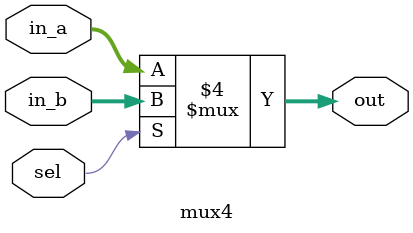
<source format=v>

`timescale 1ns/100ps

module mux4 (in_a, in_b, sel, out);

  /*
   *  4-BIT MULTIPLEXER - mux16.v
   *
   *  Inputs:
   *   - in_a (4 bits): First input to the multiplexer. Chosen when sel = 0.
   *   - in_b (4 bits): Second input to the multiplexer. Chosen when sel = 1.
   *   - sel: Controls which input is seen at the output.
   *
   *  Outputs:
   *   - out (4 bits): Output from the multiplexer.
   *
   */

  input  [3:0] in_a;
  input  [3:0] in_b;
  input         sel;
  output [3:0] out;

  reg   [3:0] out;
   
  always @ (in_a, in_b, sel)
  begin
    if (sel == 1'b0)
      out <= in_a;
    else
      out <= in_b;
  end

endmodule 

</source>
